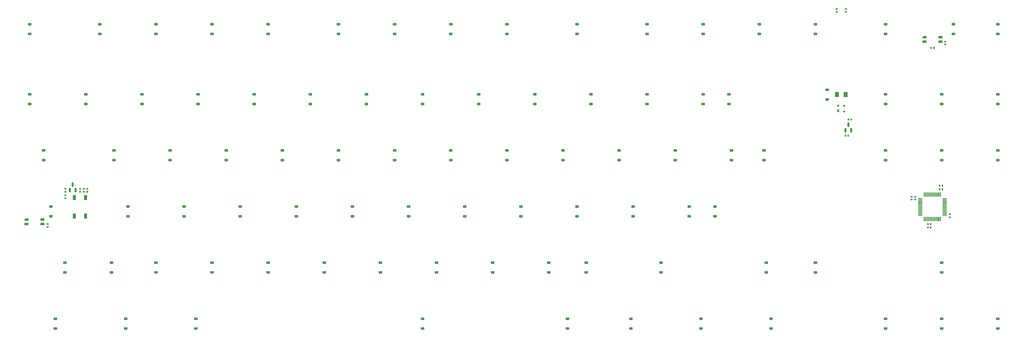
<source format=gbr>
%TF.GenerationSoftware,KiCad,Pcbnew,8.0.4*%
%TF.CreationDate,2024-07-23T18:50:18+08:00*%
%TF.ProjectId,X88C,58383843-2e6b-4696-9361-645f70636258,rev?*%
%TF.SameCoordinates,Original*%
%TF.FileFunction,Paste,Bot*%
%TF.FilePolarity,Positive*%
%FSLAX46Y46*%
G04 Gerber Fmt 4.6, Leading zero omitted, Abs format (unit mm)*
G04 Created by KiCad (PCBNEW 8.0.4) date 2024-07-23 18:50:18*
%MOMM*%
%LPD*%
G01*
G04 APERTURE LIST*
G04 Aperture macros list*
%AMRoundRect*
0 Rectangle with rounded corners*
0 $1 Rounding radius*
0 $2 $3 $4 $5 $6 $7 $8 $9 X,Y pos of 4 corners*
0 Add a 4 corners polygon primitive as box body*
4,1,4,$2,$3,$4,$5,$6,$7,$8,$9,$2,$3,0*
0 Add four circle primitives for the rounded corners*
1,1,$1+$1,$2,$3*
1,1,$1+$1,$4,$5*
1,1,$1+$1,$6,$7*
1,1,$1+$1,$8,$9*
0 Add four rect primitives between the rounded corners*
20,1,$1+$1,$2,$3,$4,$5,0*
20,1,$1+$1,$4,$5,$6,$7,0*
20,1,$1+$1,$6,$7,$8,$9,0*
20,1,$1+$1,$8,$9,$2,$3,0*%
%AMFreePoly0*
4,1,18,-0.410000,0.593000,-0.403758,0.624380,-0.385983,0.650983,-0.359380,0.668758,-0.328000,0.675000,0.328000,0.675000,0.359380,0.668758,0.385983,0.650983,0.403758,0.624380,0.410000,0.593000,0.410000,-0.593000,0.403758,-0.624380,0.385983,-0.650983,0.359380,-0.668758,0.328000,-0.675000,0.000000,-0.675000,-0.410000,-0.265000,-0.410000,0.593000,-0.410000,0.593000,$1*%
G04 Aperture macros list end*
%ADD10RoundRect,0.225000X0.375000X-0.225000X0.375000X0.225000X-0.375000X0.225000X-0.375000X-0.225000X0*%
%ADD11RoundRect,0.075000X0.075000X-0.662500X0.075000X0.662500X-0.075000X0.662500X-0.075000X-0.662500X0*%
%ADD12RoundRect,0.075000X0.662500X-0.075000X0.662500X0.075000X-0.662500X0.075000X-0.662500X-0.075000X0*%
%ADD13RoundRect,0.135000X-0.185000X0.135000X-0.185000X-0.135000X0.185000X-0.135000X0.185000X0.135000X0*%
%ADD14RoundRect,0.135000X-0.135000X-0.185000X0.135000X-0.185000X0.135000X0.185000X-0.135000X0.185000X0*%
%ADD15RoundRect,0.140000X0.140000X0.170000X-0.140000X0.170000X-0.140000X-0.170000X0.140000X-0.170000X0*%
%ADD16R,1.000000X1.700000*%
%ADD17RoundRect,0.082000X-0.593000X0.328000X-0.593000X-0.328000X0.593000X-0.328000X0.593000X0.328000X0*%
%ADD18FreePoly0,270.000000*%
%ADD19RoundRect,0.140000X-0.170000X0.140000X-0.170000X-0.140000X0.170000X-0.140000X0.170000X0.140000X0*%
%ADD20RoundRect,0.150000X0.150000X-0.587500X0.150000X0.587500X-0.150000X0.587500X-0.150000X-0.587500X0*%
%ADD21RoundRect,0.140000X0.170000X-0.140000X0.170000X0.140000X-0.170000X0.140000X-0.170000X-0.140000X0*%
%ADD22RoundRect,0.175000X-0.175000X-0.325000X0.175000X-0.325000X0.175000X0.325000X-0.175000X0.325000X0*%
%ADD23RoundRect,0.150000X-0.200000X-0.150000X0.200000X-0.150000X0.200000X0.150000X-0.200000X0.150000X0*%
%ADD24RoundRect,0.140000X-0.140000X-0.170000X0.140000X-0.170000X0.140000X0.170000X-0.140000X0.170000X0*%
%ADD25RoundRect,0.135000X0.185000X-0.135000X0.185000X0.135000X-0.185000X0.135000X-0.185000X-0.135000X0*%
%ADD26RoundRect,0.250001X0.462499X0.624999X-0.462499X0.624999X-0.462499X-0.624999X0.462499X-0.624999X0*%
G04 APERTURE END LIST*
D10*
%TO.C,D55*%
X55562500Y-65150000D03*
X55562500Y-61850000D03*
%TD*%
%TO.C,D82*%
X11906250Y-103250000D03*
X11906250Y-99950000D03*
%TD*%
%TO.C,D7*%
X107950000Y-3237500D03*
X107950000Y62500D03*
%TD*%
%TO.C,D35*%
X331787500Y-27050000D03*
X331787500Y-23750000D03*
%TD*%
D11*
%TO.C,U2*%
X312312500Y-66075000D03*
X311812500Y-66075000D03*
X311312500Y-66075000D03*
X310812500Y-66075000D03*
X310312500Y-66075000D03*
X309812500Y-66075000D03*
X309312500Y-66075000D03*
X308812500Y-66075000D03*
X308312500Y-66075000D03*
X307812500Y-66075000D03*
X307312500Y-66075000D03*
X306812500Y-66075000D03*
D12*
X305400000Y-64662500D03*
X305400000Y-64162500D03*
X305400000Y-63662500D03*
X305400000Y-63162500D03*
X305400000Y-62662500D03*
X305400000Y-62162500D03*
X305400000Y-61662500D03*
X305400000Y-61162500D03*
X305400000Y-60662500D03*
X305400000Y-60162500D03*
X305400000Y-59662500D03*
X305400000Y-59162500D03*
D11*
X306812500Y-57750000D03*
X307312500Y-57750000D03*
X307812500Y-57750000D03*
X308312500Y-57750000D03*
X308812500Y-57750000D03*
X309312500Y-57750000D03*
X309812500Y-57750000D03*
X310312500Y-57750000D03*
X310812500Y-57750000D03*
X311312500Y-57750000D03*
X311812500Y-57750000D03*
X312312500Y-57750000D03*
D12*
X313725000Y-59162500D03*
X313725000Y-59662500D03*
X313725000Y-60162500D03*
X313725000Y-60662500D03*
X313725000Y-61162500D03*
X313725000Y-61662500D03*
X313725000Y-62162500D03*
X313725000Y-62662500D03*
X313725000Y-63162500D03*
X313725000Y-63662500D03*
X313725000Y-64162500D03*
X313725000Y-64662500D03*
%TD*%
D10*
%TO.C,D65*%
X235743750Y-65150000D03*
X235743750Y-61850000D03*
%TD*%
%TO.C,D48*%
X241300000Y-46100000D03*
X241300000Y-42800000D03*
%TD*%
%TO.C,D88*%
X230981250Y-103250000D03*
X230981250Y-99950000D03*
%TD*%
%TO.C,D78*%
X217487500Y-84200000D03*
X217487500Y-80900000D03*
%TD*%
%TO.C,D6*%
X84137500Y-3237500D03*
X84137500Y62500D03*
%TD*%
%TO.C,D20*%
X22225000Y-27050000D03*
X22225000Y-23750000D03*
%TD*%
D13*
%TO.C,RR2*%
X22750000Y-55802500D03*
X22750000Y-56822500D03*
%TD*%
D14*
%TO.C,R3*%
X309052500Y-7937500D03*
X310072500Y-7937500D03*
%TD*%
D10*
%TO.C,D46*%
X203200000Y-46100000D03*
X203200000Y-42800000D03*
%TD*%
%TO.C,D57*%
X93662500Y-65150000D03*
X93662500Y-61850000D03*
%TD*%
%TO.C,D81*%
X312737500Y-84200000D03*
X312737500Y-80900000D03*
%TD*%
%TO.C,D42*%
X127000000Y-46100000D03*
X127000000Y-42800000D03*
%TD*%
%TO.C,D89*%
X254793750Y-103250000D03*
X254793750Y-99950000D03*
%TD*%
%TO.C,D49*%
X252412500Y-46100000D03*
X252412500Y-42800000D03*
%TD*%
%TO.C,D58*%
X112712500Y-65150000D03*
X112712500Y-61850000D03*
%TD*%
%TO.C,D53*%
X10318750Y-65150000D03*
X10318750Y-61850000D03*
%TD*%
%TO.C,D61*%
X169862500Y-65150000D03*
X169862500Y-61850000D03*
%TD*%
%TO.C,D37*%
X31750000Y-46100000D03*
X31750000Y-42800000D03*
%TD*%
D15*
%TO.C,C5*%
X280980000Y-37725000D03*
X280020000Y-37725000D03*
%TD*%
D16*
%TO.C,SWR1*%
X18340625Y-58762500D03*
X18340625Y-65062500D03*
X22140625Y-58762500D03*
X22140625Y-65062500D03*
%TD*%
D10*
%TO.C,D76*%
X179387500Y-84200000D03*
X179387500Y-80900000D03*
%TD*%
D17*
%TO.C,RGB2*%
X7487500Y-67742500D03*
X7487500Y-66242500D03*
X2037500Y-67742500D03*
D18*
X2037500Y-66242500D03*
%TD*%
D13*
%TO.C,R2*%
X280193750Y5272500D03*
X280193750Y4252500D03*
%TD*%
D10*
%TO.C,D38*%
X50800000Y-46100000D03*
X50800000Y-42800000D03*
%TD*%
%TO.C,D66*%
X273843750Y-25462500D03*
X273843750Y-22162500D03*
%TD*%
%TO.C,D28*%
X174625000Y-27050000D03*
X174625000Y-23750000D03*
%TD*%
D19*
%TO.C,C1*%
X303750000Y-58476250D03*
X303750000Y-59436250D03*
%TD*%
D10*
%TO.C,D67*%
X15081250Y-84200000D03*
X15081250Y-80900000D03*
%TD*%
%TO.C,D34*%
X312737500Y-27050000D03*
X312737500Y-23750000D03*
%TD*%
D13*
%TO.C,R1*%
X277018750Y5272500D03*
X277018750Y4252500D03*
%TD*%
D10*
%TO.C,D14*%
X250825000Y-3237500D03*
X250825000Y62500D03*
%TD*%
D20*
%TO.C,QR1*%
X18700000Y-56250000D03*
X16800000Y-56250000D03*
X17750000Y-54375000D03*
%TD*%
D10*
%TO.C,D31*%
X231775000Y-27050000D03*
X231775000Y-23750000D03*
%TD*%
%TO.C,D19*%
X3175000Y-27050000D03*
X3175000Y-23750000D03*
%TD*%
D21*
%TO.C,C3*%
X315500000Y-65436250D03*
X315500000Y-64476250D03*
%TD*%
D20*
%TO.C,U1*%
X281950000Y-35937500D03*
X280050000Y-35937500D03*
X281000000Y-34062500D03*
%TD*%
D10*
%TO.C,D43*%
X146050000Y-46100000D03*
X146050000Y-42800000D03*
%TD*%
%TO.C,D47*%
X222250000Y-46100000D03*
X222250000Y-42800000D03*
%TD*%
%TO.C,D39*%
X69850000Y-46100000D03*
X69850000Y-42800000D03*
%TD*%
%TO.C,D10*%
X165100000Y-3237500D03*
X165100000Y62500D03*
%TD*%
%TO.C,D70*%
X65087500Y-84200000D03*
X65087500Y-80900000D03*
%TD*%
%TO.C,D22*%
X60325000Y-27050000D03*
X60325000Y-23750000D03*
%TD*%
%TO.C,D68*%
X30956250Y-84200000D03*
X30956250Y-80900000D03*
%TD*%
%TO.C,D8*%
X127000000Y-3237500D03*
X127000000Y62500D03*
%TD*%
%TO.C,D9*%
X146050000Y-3237500D03*
X146050000Y62500D03*
%TD*%
%TO.C,D24*%
X98425000Y-27050000D03*
X98425000Y-23750000D03*
%TD*%
%TO.C,D18*%
X331787500Y-3237500D03*
X331787500Y62500D03*
%TD*%
D22*
%TO.C,D1*%
X277606250Y-29325000D03*
D23*
X277606250Y-27625000D03*
X279606250Y-27625000D03*
X279606250Y-29525000D03*
%TD*%
D10*
%TO.C,D51*%
X312737500Y-46100000D03*
X312737500Y-42800000D03*
%TD*%
%TO.C,D3*%
X26987500Y-3237500D03*
X26987500Y62500D03*
%TD*%
%TO.C,D80*%
X269875000Y-84200000D03*
X269875000Y-80900000D03*
%TD*%
%TO.C,D90*%
X293687500Y-103250000D03*
X293687500Y-99950000D03*
%TD*%
%TO.C,D60*%
X150812500Y-65150000D03*
X150812500Y-61850000D03*
%TD*%
%TO.C,D52*%
X331787500Y-46100000D03*
X331787500Y-42800000D03*
%TD*%
%TO.C,D72*%
X103187500Y-84200000D03*
X103187500Y-80900000D03*
%TD*%
%TO.C,D56*%
X74612500Y-65150000D03*
X74612500Y-61850000D03*
%TD*%
%TO.C,D4*%
X46037500Y-3237500D03*
X46037500Y62500D03*
%TD*%
D15*
%TO.C,C8*%
X312980000Y-54706250D03*
X312020000Y-54706250D03*
%TD*%
D10*
%TO.C,D36*%
X7937500Y-46100000D03*
X7937500Y-42800000D03*
%TD*%
%TO.C,D84*%
X59531250Y-103250000D03*
X59531250Y-99950000D03*
%TD*%
%TO.C,D75*%
X160337500Y-84200000D03*
X160337500Y-80900000D03*
%TD*%
%TO.C,D26*%
X136525000Y-27050000D03*
X136525000Y-23750000D03*
%TD*%
%TO.C,D54*%
X36512500Y-65150000D03*
X36512500Y-61850000D03*
%TD*%
D19*
%TO.C,C2*%
X302500000Y-58476250D03*
X302500000Y-59436250D03*
%TD*%
D10*
%TO.C,D11*%
X188912500Y-3237500D03*
X188912500Y62500D03*
%TD*%
%TO.C,D5*%
X65087500Y-3237500D03*
X65087500Y62500D03*
%TD*%
%TO.C,D64*%
X227012500Y-65150000D03*
X227012500Y-61850000D03*
%TD*%
%TO.C,D79*%
X253206250Y-84200000D03*
X253206250Y-80900000D03*
%TD*%
%TO.C,D87*%
X207168750Y-103250000D03*
X207168750Y-99950000D03*
%TD*%
D24*
%TO.C,C6*%
X308020000Y-68956250D03*
X308980000Y-68956250D03*
%TD*%
D15*
%TO.C,C9*%
X312980000Y-55956250D03*
X312020000Y-55956250D03*
%TD*%
D19*
%TO.C,CR1*%
X21500000Y-55832500D03*
X21500000Y-56792500D03*
%TD*%
D10*
%TO.C,D85*%
X136525000Y-103250000D03*
X136525000Y-99950000D03*
%TD*%
D24*
%TO.C,C7*%
X308020000Y-67706250D03*
X308980000Y-67706250D03*
%TD*%
D10*
%TO.C,D30*%
X212725000Y-27050000D03*
X212725000Y-23750000D03*
%TD*%
D21*
%TO.C,CR2*%
X15250000Y-56792500D03*
X15250000Y-55832500D03*
%TD*%
D10*
%TO.C,D44*%
X165100000Y-46100000D03*
X165100000Y-42800000D03*
%TD*%
%TO.C,D13*%
X231775000Y-3237500D03*
X231775000Y62500D03*
%TD*%
D24*
%TO.C,C4*%
X281020000Y-32293750D03*
X281980000Y-32293750D03*
%TD*%
D10*
%TO.C,D92*%
X331787500Y-103250000D03*
X331787500Y-99950000D03*
%TD*%
%TO.C,D69*%
X46037500Y-84200000D03*
X46037500Y-80900000D03*
%TD*%
%TO.C,D91*%
X312737500Y-103250000D03*
X312737500Y-99950000D03*
%TD*%
D19*
%TO.C,C10*%
X313895000Y-5830000D03*
X313895000Y-6790000D03*
%TD*%
%TO.C,C11*%
X9250000Y-67770000D03*
X9250000Y-68730000D03*
%TD*%
D10*
%TO.C,D2*%
X3175000Y-3237500D03*
X3175000Y62500D03*
%TD*%
%TO.C,D32*%
X240506250Y-27050000D03*
X240506250Y-23750000D03*
%TD*%
%TO.C,D73*%
X122237500Y-84200000D03*
X122237500Y-80900000D03*
%TD*%
%TO.C,D21*%
X41275000Y-27050000D03*
X41275000Y-23750000D03*
%TD*%
%TO.C,D15*%
X269875000Y-3237500D03*
X269875000Y62500D03*
%TD*%
D25*
%TO.C,RR3*%
X20250000Y-56822500D03*
X20250000Y-55802500D03*
%TD*%
D10*
%TO.C,D71*%
X84137500Y-84200000D03*
X84137500Y-80900000D03*
%TD*%
%TO.C,D27*%
X155575000Y-27050000D03*
X155575000Y-23750000D03*
%TD*%
%TO.C,D16*%
X293687500Y-3237500D03*
X293687500Y62500D03*
%TD*%
%TO.C,D41*%
X107950000Y-46100000D03*
X107950000Y-42800000D03*
%TD*%
%TO.C,D50*%
X293687500Y-46100000D03*
X293687500Y-42800000D03*
%TD*%
%TO.C,D83*%
X35718750Y-103250000D03*
X35718750Y-99950000D03*
%TD*%
%TO.C,D23*%
X79375000Y-27050000D03*
X79375000Y-23750000D03*
%TD*%
%TO.C,D77*%
X192087500Y-84200000D03*
X192087500Y-80900000D03*
%TD*%
%TO.C,D86*%
X185737500Y-103250000D03*
X185737500Y-99950000D03*
%TD*%
%TO.C,D17*%
X316706250Y-3237500D03*
X316706250Y62500D03*
%TD*%
%TO.C,D29*%
X193675000Y-27050000D03*
X193675000Y-23750000D03*
%TD*%
D25*
%TO.C,RR1*%
X15250000Y-59020000D03*
X15250000Y-58000000D03*
%TD*%
D26*
%TO.C,F1*%
X280093750Y-23812500D03*
X277118750Y-23812500D03*
%TD*%
D10*
%TO.C,D40*%
X88900000Y-46100000D03*
X88900000Y-42800000D03*
%TD*%
%TO.C,D12*%
X212725000Y-3237500D03*
X212725000Y62500D03*
%TD*%
%TO.C,D74*%
X141287500Y-84200000D03*
X141287500Y-80900000D03*
%TD*%
%TO.C,D59*%
X131762500Y-65150000D03*
X131762500Y-61850000D03*
%TD*%
D17*
%TO.C,RGB1*%
X312287500Y-5830000D03*
X312287500Y-4330000D03*
X306837500Y-5830000D03*
D18*
X306837500Y-4330000D03*
%TD*%
D10*
%TO.C,D45*%
X184150000Y-46100000D03*
X184150000Y-42800000D03*
%TD*%
%TO.C,D62*%
X188912500Y-65150000D03*
X188912500Y-61850000D03*
%TD*%
%TO.C,D33*%
X293687500Y-27050000D03*
X293687500Y-23750000D03*
%TD*%
%TO.C,D63*%
X207962500Y-65150000D03*
X207962500Y-61850000D03*
%TD*%
%TO.C,D25*%
X117475000Y-27050000D03*
X117475000Y-23750000D03*
%TD*%
M02*

</source>
